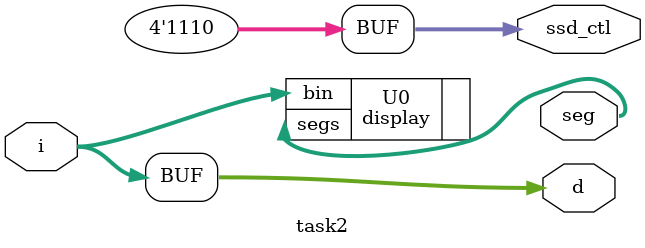
<source format=v>
`timescale 1ns / 1ps
module task2(
    input [3:0] i,
    output [3:0] d,
    output [3:0] ssd_ctl,
    output [7:0] seg
    );
    assign ssd_ctl = 4'b1110;
    assign d = i;
    display U0(.segs(seg), .bin(i));
endmodule

</source>
